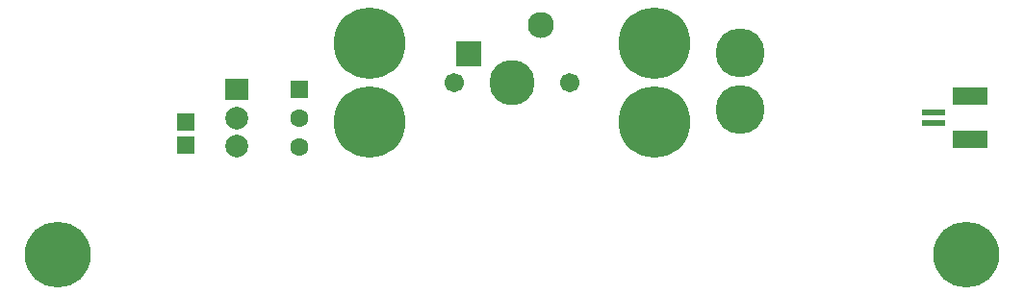
<source format=gbs>
G04*
G04 #@! TF.GenerationSoftware,Altium Limited,Altium Designer,20.0.9 (164)*
G04*
G04 Layer_Color=16711935*
%FSLAX25Y25*%
%MOIN*%
G70*
G01*
G75*
%ADD21C,0.24803*%
%ADD22R,0.07874X0.07480*%
%ADD23C,0.07874*%
%ADD24C,0.15700*%
%ADD25C,0.06700*%
%ADD26C,0.09055*%
%ADD27R,0.09055X0.09055*%
%ADD28C,0.00315*%
%ADD29R,0.06299X0.06299*%
%ADD30C,0.06299*%
%ADD31C,0.16929*%
%ADD32C,0.01968*%
%ADD33C,0.22835*%
%ADD48R,0.06299X0.05906*%
%ADD49R,0.08268X0.02362*%
%ADD50R,0.12205X0.06299*%
D21*
X49213Y-12992D02*
D03*
Y14567D02*
D03*
X-49213D02*
D03*
Y-12992D02*
D03*
D22*
X-95276Y-1575D02*
D03*
D23*
Y-11417D02*
D03*
Y-21260D02*
D03*
D24*
X0Y787D02*
D03*
D25*
X-20000D02*
D03*
X20000D02*
D03*
D26*
X10000Y20787D02*
D03*
D27*
X-15000Y10787D02*
D03*
D28*
X0Y787D02*
D03*
D29*
X-73622Y-1417D02*
D03*
D30*
Y-11417D02*
D03*
Y-21417D02*
D03*
D31*
X79134Y11024D02*
D03*
Y-8661D02*
D03*
D32*
X41732Y-5512D02*
D03*
X42126Y-20866D02*
D03*
X56299D02*
D03*
X56693Y-5512D02*
D03*
Y22047D02*
D03*
X56299Y6693D02*
D03*
X42126D02*
D03*
X41732Y22047D02*
D03*
X-56693D02*
D03*
X-56299Y6693D02*
D03*
X-42126D02*
D03*
X-41732Y22047D02*
D03*
Y-5512D02*
D03*
X-42126Y-20866D02*
D03*
X-56299D02*
D03*
X-56693Y-5512D02*
D03*
X79134Y-15551D02*
D03*
Y-1673D02*
D03*
X72244Y-8760D02*
D03*
X86024Y-8661D02*
D03*
Y11024D02*
D03*
X72244Y10925D02*
D03*
X79134Y18012D02*
D03*
Y4134D02*
D03*
D33*
X-157480Y-59055D02*
D03*
X157480D02*
D03*
D48*
X-112992Y-12992D02*
D03*
Y-20866D02*
D03*
D49*
X146063Y-13385D02*
D03*
Y-9448D02*
D03*
D50*
X158661Y-18898D02*
D03*
Y-3937D02*
D03*
M02*

</source>
